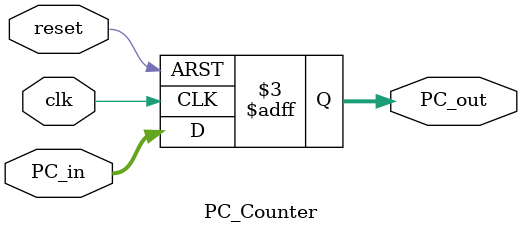
<source format=v>
module PC_Counter(clk,reset,PC_in,PC_out);
input clk,reset;
input [31:0] PC_in;
output reg [31:0] PC_out; 
always @(posedge clk or posedge reset)
begin 
	if (reset == 1)
		PC_out <= 0;
	else 
		PC_out <= PC_in;
end
endmodule
</source>
